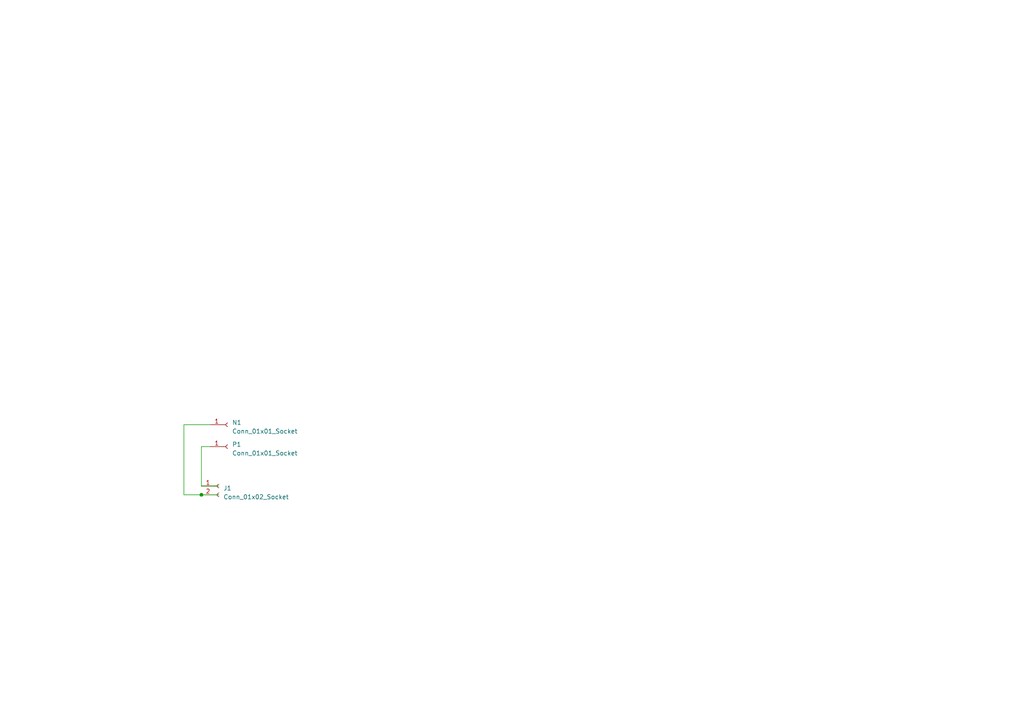
<source format=kicad_sch>
(kicad_sch (version 20230121) (generator eeschema)
  (paper "A4")
  (lib_symbols
    (symbol "Connector:Conn_01x01_Socket" (pin_names (offset 1.016) hide)
      (property "Reference" "J" (at 0 2.54 0))
      (property "Value" "Conn_01x01_Socket" (at 0 -2.54 0))
      (symbol "Conn_01x01_Socket_1_1"
        (polyline (pts (xy -1.27 0) (xy -0.508 0)) (stroke (width 0.1524)))
        (arc (start 0 0.508) (mid -0.5058 0) (end 0 -0.508) (stroke (width 0.1524)))
        (pin passive line (at -5.08 0 0) (length 3.81) (name "Pin_1") (number "1"))
      )
    )
    (symbol "Connector:Conn_01x02_Socket" (pin_names (offset 1.016) hide)
      (property "Reference" "J" (at 0 2.54 0))
      (property "Value" "Conn_01x02_Socket" (at 0 -5.08 0))
      (symbol "Conn_01x02_Socket_1_1"
        (arc (start 0 -2.032) (mid -0.5058 -2.54) (end 0 -3.048) (stroke (width 0.1524)))
        (polyline (pts (xy -1.27 -2.54) (xy -0.508 -2.54)) (stroke (width 0.1524)))
        (polyline (pts (xy -1.27 0) (xy -0.508 0)) (stroke (width 0.1524)))
        (arc (start 0 0.508) (mid -0.5058 0) (end 0 -0.508) (stroke (width 0.1524)))
        (pin passive line (at -5.08 0 0) (length 3.81) (name "Pin_1") (number "1"))
        (pin passive line (at -5.08 -2.54 0) (length 3.81) (name "Pin_2") (number "2"))
      )
    )
  )
  (junction (at 58.42 143.51))
  (wire (pts (xy 53.34 143.51) (xy 58.42 143.51)))
  (wire (pts (xy 58.42 129.54) (xy 58.42 140.97)))
  (wire (pts (xy 58.42 143.51) (xy 63.5 143.51)))
  (wire (pts (xy 53.34 123.19) (xy 60.96 123.19)))
  (wire (pts (xy 58.42 140.97) (xy 63.5 140.97)))
  (wire (pts (xy 58.42 129.54) (xy 60.96 129.54)))
  (wire (pts (xy 53.34 123.19) (xy 53.34 143.51)))
  (symbol (lib_id "Connector:Conn_01x02_Socket") (at 63.5 140.97 0) (unit 1)
    (property "Reference" "J1" (at 64.77 141.605 0) (effects (justify left)))
    (property "Value" "Conn_01x02_Socket" (at 64.77 144.145 0) (effects (justify left)))
    (property "Footprint" "Library:Banana_Jack_2Pin_Vert" (effects hide))
  )
  (symbol (lib_id "Connector:Conn_01x01_Socket") (at 66.04 123.19 0) (unit 1)
    (property "Reference" "N1" (at 67.31 122.555 0) (effects (justify left)))
    (property "Value" "Conn_01x01_Socket" (at 67.31 125.095 0) (effects (justify left)))
    (property "Footprint" "Library:SolderWirePad_1x01_SMD_5x10mm_custom" (effects hide))
  )
  (symbol (lib_id "Connector:Conn_01x01_Socket") (at 66.04 129.54 0) (unit 1)
    (property "Reference" "P1" (at 67.31 128.905 0) (effects (justify left)))
    (property "Value" "Conn_01x01_Socket" (at 67.31 131.445 0) (effects (justify left)))
    (property "Footprint" "Library:SolderWirePad_1x01_SMD_5x10mm_custom" (effects hide))
  )
)
</source>
